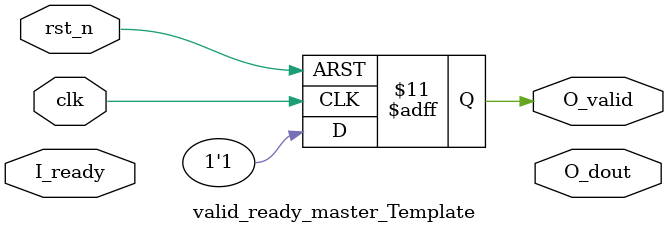
<source format=v>
module valid_ready_master_Template (  //sender
    input            clk,
    input            rst_n,
    output reg       O_valid,
    input            I_ready,
    output     [7:0] O_dout
);
  always @(posedge clk, negedge rst_n) begin
    if (!rst_n) O_valid <= 1'b0;
    else if (1) O_valid <= 1'b1;
    else O_valid <= 1'b0;
  end
  reg [7:0] data_cnt;
  always @(posedge clk, negedge rst_n) begin
    if (!rst_n) data_cnt <= 'd0;
    else if (O_valid && I_ready) data_cnt <= data_cnt + 1'd1;
    else data_cnt <= data_cnt;
  end

endmodule

</source>
